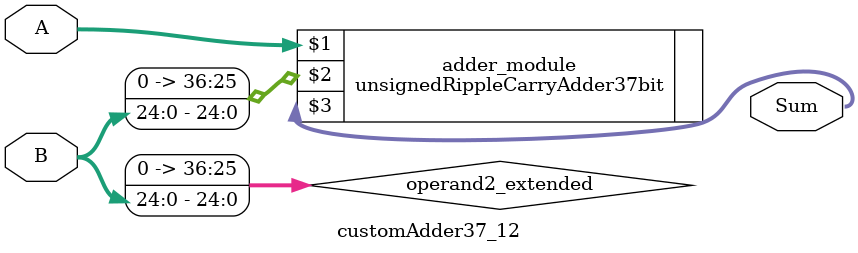
<source format=v>
module customAdder37_12(
                        input [36 : 0] A,
                        input [24 : 0] B,
                        
                        output [37 : 0] Sum
                );

        wire [36 : 0] operand2_extended;
        
        assign operand2_extended =  {12'b0, B};
        
        unsignedRippleCarryAdder37bit adder_module(
            A,
            operand2_extended,
            Sum
        );
        
        endmodule
        
</source>
